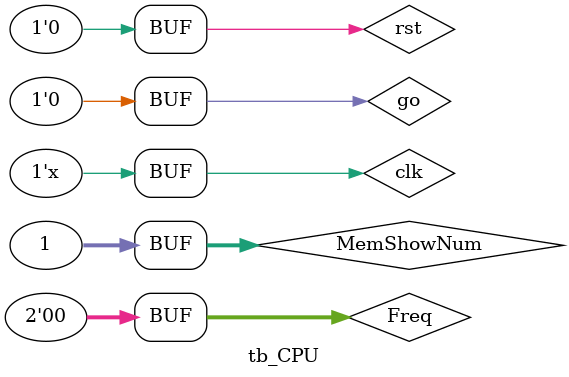
<source format=v>
`timescale 1ns / 1ps

module tb_CPU();
    reg clk;
    reg rst;
    reg go;
    reg [31:0]MemShowNum;
    reg [1:0] Freq;
    wire[31:0]LedData;
    wire[15:0]TotalCirc;
    wire[15:0]NobranchCirc;
    wire[15:0]BranchCirc;
    wire[31:0]MemShow;      //�ڴ���ʾ
    
    always #1 clk = ~clk; 
    
    initial begin
        clk<=0;
        rst<=0;
        go<=0;
        MemShowNum<=0;
        Freq = 0;
        #2004970 MemShowNum<=1;
    end 
    CPU tb_CPU(clk, rst, go, MemShowNum, Freq, LedData, TotalCirc, NobranchCirc, BranchCirc, MemShow);
    
endmodule

</source>
